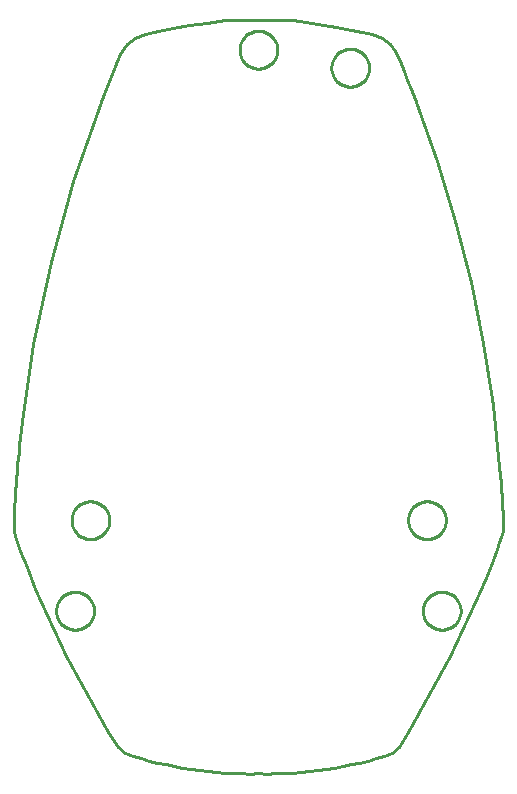
<source format=gbr>
G04 EAGLE Gerber RS-274X export*
G75*
%MOMM*%
%FSLAX34Y34*%
%LPD*%
%IN*%
%IPPOS*%
%AMOC8*
5,1,8,0,0,1.08239X$1,22.5*%
G01*
%ADD10C,0.254000*%


D10*
X-207090Y210640D02*
X-206990Y206940D01*
X-206790Y204540D01*
X-205090Y198540D01*
X-201590Y188540D01*
X-196190Y174540D01*
X-188790Y156540D01*
X-162490Y99140D01*
X-126990Y34940D01*
X-118890Y22740D01*
X-113090Y16940D01*
X-106290Y14740D01*
X-99390Y12740D01*
X-92390Y10840D01*
X-85490Y9140D01*
X-78490Y7540D01*
X-71390Y6140D01*
X-64390Y4840D01*
X-57290Y3740D01*
X-50190Y2740D01*
X-42990Y1940D01*
X-35890Y1240D01*
X-28690Y640D01*
X-21490Y240D01*
X-14390Y40D01*
X-7190Y-160D01*
X10Y-60D01*
X7210Y-160D01*
X14410Y-60D01*
X21510Y240D01*
X28710Y640D01*
X35910Y1140D01*
X43010Y1840D01*
X50110Y2740D01*
X57310Y3740D01*
X64410Y4840D01*
X71410Y6140D01*
X78510Y7540D01*
X85510Y9140D01*
X92410Y10840D01*
X99410Y12740D01*
X106310Y14740D01*
X113110Y16940D01*
X118910Y22740D01*
X127010Y34940D01*
X162510Y99140D01*
X188810Y156540D01*
X194110Y169540D01*
X198510Y180640D01*
X202010Y189840D01*
X204010Y195540D01*
X205510Y200140D01*
X206810Y204840D01*
X207110Y208240D01*
X207110Y213440D01*
X206910Y220940D01*
X206610Y225040D01*
X206410Y229640D01*
X206010Y234640D01*
X205610Y240140D01*
X205210Y246040D01*
X204710Y252440D01*
X204110Y259240D01*
X198510Y311940D01*
X190410Y364340D01*
X179810Y416340D01*
X166810Y467740D01*
X151410Y518540D01*
X133610Y568640D01*
X133510Y568840D01*
X133410Y568940D01*
X133410Y569140D01*
X133310Y569240D01*
X133210Y569440D01*
X133110Y569540D01*
X133110Y569640D01*
X133010Y569840D01*
X132910Y569940D01*
X132810Y570140D01*
X132810Y570240D01*
X132710Y570440D01*
X132710Y570540D01*
X132610Y570740D01*
X132510Y570840D01*
X132510Y571040D01*
X129310Y579040D01*
X126210Y587040D01*
X123010Y594940D01*
X119710Y602840D01*
X115310Y611840D01*
X111210Y617540D01*
X104710Y622240D01*
X100710Y624140D01*
X96210Y625640D01*
X65710Y632340D01*
X28910Y637540D01*
X-28390Y637540D01*
X-43890Y635740D01*
X-58490Y633540D01*
X-72090Y631140D01*
X-84590Y628540D01*
X-96190Y625640D01*
X-104690Y622340D01*
X-108190Y620140D01*
X-111090Y617640D01*
X-113890Y614140D01*
X-116790Y609240D01*
X-119690Y602840D01*
X-132490Y571040D01*
X-132490Y570840D01*
X-132590Y570740D01*
X-132690Y570540D01*
X-132690Y570440D01*
X-132790Y570240D01*
X-132890Y570140D01*
X-132890Y569940D01*
X-132990Y569840D01*
X-133090Y569640D01*
X-133090Y569540D01*
X-133190Y569440D01*
X-133290Y569240D01*
X-133390Y569140D01*
X-133490Y568940D01*
X-133490Y568840D01*
X-133590Y568640D01*
X-156890Y501340D01*
X-175890Y433040D01*
X-190490Y363640D01*
X-199390Y304540D01*
X-202390Y278340D01*
X-202690Y274940D01*
X-203090Y271540D01*
X-203390Y268040D01*
X-203990Y261240D01*
X-204290Y257740D01*
X-205790Y237240D01*
X-206790Y221540D01*
X-207090Y210640D01*
X16000Y612124D02*
X15932Y611079D01*
X15795Y610040D01*
X15590Y609013D01*
X15319Y608001D01*
X14983Y607009D01*
X14582Y606041D01*
X14118Y605102D01*
X13595Y604194D01*
X13013Y603323D01*
X12375Y602492D01*
X11684Y601705D01*
X10943Y600964D01*
X10156Y600273D01*
X9325Y599636D01*
X8454Y599054D01*
X7546Y598530D01*
X6607Y598066D01*
X5639Y597665D01*
X4647Y597329D01*
X3635Y597058D01*
X2608Y596853D01*
X1569Y596717D01*
X524Y596648D01*
X-524Y596648D01*
X-1569Y596717D01*
X-2608Y596853D01*
X-3635Y597058D01*
X-4647Y597329D01*
X-5639Y597665D01*
X-6607Y598066D01*
X-7546Y598530D01*
X-8454Y599054D01*
X-9325Y599636D01*
X-10156Y600273D01*
X-10943Y600964D01*
X-11684Y601705D01*
X-12375Y602492D01*
X-13013Y603323D01*
X-13595Y604194D01*
X-14118Y605102D01*
X-14582Y606041D01*
X-14983Y607009D01*
X-15319Y608001D01*
X-15590Y609013D01*
X-15795Y610040D01*
X-15932Y611079D01*
X-16000Y612124D01*
X-16000Y613172D01*
X-15932Y614217D01*
X-15795Y615256D01*
X-15590Y616283D01*
X-15319Y617295D01*
X-14983Y618287D01*
X-14582Y619255D01*
X-14118Y620194D01*
X-13595Y621102D01*
X-13013Y621973D01*
X-12375Y622804D01*
X-11684Y623591D01*
X-10943Y624332D01*
X-10156Y625023D01*
X-9325Y625661D01*
X-8454Y626243D01*
X-7546Y626766D01*
X-6607Y627230D01*
X-5639Y627631D01*
X-4647Y627967D01*
X-3635Y628238D01*
X-2608Y628443D01*
X-1569Y628580D01*
X-524Y628648D01*
X524Y628648D01*
X1569Y628580D01*
X2608Y628443D01*
X3635Y628238D01*
X4647Y627967D01*
X5639Y627631D01*
X6607Y627230D01*
X7546Y626766D01*
X8454Y626243D01*
X9325Y625661D01*
X10156Y625023D01*
X10943Y624332D01*
X11684Y623591D01*
X12375Y622804D01*
X13013Y621973D01*
X13595Y621102D01*
X14118Y620194D01*
X14582Y619255D01*
X14983Y618287D01*
X15319Y617295D01*
X15590Y616283D01*
X15795Y615256D01*
X15932Y614217D01*
X16000Y613172D01*
X16000Y612124D01*
X93724Y596884D02*
X93656Y595839D01*
X93519Y594800D01*
X93314Y593773D01*
X93043Y592761D01*
X92707Y591769D01*
X92306Y590801D01*
X91842Y589862D01*
X91319Y588954D01*
X90737Y588083D01*
X90099Y587252D01*
X89408Y586465D01*
X88667Y585724D01*
X87880Y585033D01*
X87049Y584396D01*
X86178Y583814D01*
X85270Y583290D01*
X84331Y582826D01*
X83363Y582425D01*
X82371Y582089D01*
X81359Y581818D01*
X80332Y581613D01*
X79293Y581477D01*
X78248Y581408D01*
X77200Y581408D01*
X76155Y581477D01*
X75116Y581613D01*
X74089Y581818D01*
X73077Y582089D01*
X72085Y582425D01*
X71117Y582826D01*
X70178Y583290D01*
X69270Y583814D01*
X68399Y584396D01*
X67568Y585033D01*
X66781Y585724D01*
X66040Y586465D01*
X65349Y587252D01*
X64712Y588083D01*
X64130Y588954D01*
X63606Y589862D01*
X63142Y590801D01*
X62741Y591769D01*
X62405Y592761D01*
X62134Y593773D01*
X61929Y594800D01*
X61793Y595839D01*
X61724Y596884D01*
X61724Y597932D01*
X61793Y598977D01*
X61929Y600016D01*
X62134Y601043D01*
X62405Y602055D01*
X62741Y603047D01*
X63142Y604015D01*
X63606Y604954D01*
X64130Y605862D01*
X64712Y606733D01*
X65349Y607564D01*
X66040Y608351D01*
X66781Y609092D01*
X67568Y609783D01*
X68399Y610421D01*
X69270Y611003D01*
X70178Y611526D01*
X71117Y611990D01*
X72085Y612391D01*
X73077Y612727D01*
X74089Y612998D01*
X75116Y613203D01*
X76155Y613340D01*
X77200Y613408D01*
X78248Y613408D01*
X79293Y613340D01*
X80332Y613203D01*
X81359Y612998D01*
X82371Y612727D01*
X83363Y612391D01*
X84331Y611990D01*
X85270Y611526D01*
X86178Y611003D01*
X87049Y610421D01*
X87880Y609783D01*
X88667Y609092D01*
X89408Y608351D01*
X90099Y607564D01*
X90737Y606733D01*
X91319Y605862D01*
X91842Y604954D01*
X92306Y604015D01*
X92707Y603047D01*
X93043Y602055D01*
X93314Y601043D01*
X93519Y600016D01*
X93656Y598977D01*
X93724Y597932D01*
X93724Y596884D01*
X158748Y213852D02*
X158680Y212807D01*
X158543Y211768D01*
X158338Y210741D01*
X158067Y209729D01*
X157731Y208737D01*
X157330Y207769D01*
X156866Y206830D01*
X156343Y205922D01*
X155761Y205051D01*
X155123Y204220D01*
X154432Y203433D01*
X153691Y202692D01*
X152904Y202001D01*
X152073Y201364D01*
X151202Y200782D01*
X150294Y200258D01*
X149355Y199794D01*
X148387Y199393D01*
X147395Y199057D01*
X146383Y198786D01*
X145356Y198581D01*
X144317Y198445D01*
X143272Y198376D01*
X142224Y198376D01*
X141179Y198445D01*
X140140Y198581D01*
X139113Y198786D01*
X138101Y199057D01*
X137109Y199393D01*
X136141Y199794D01*
X135202Y200258D01*
X134294Y200782D01*
X133423Y201364D01*
X132592Y202001D01*
X131805Y202692D01*
X131064Y203433D01*
X130373Y204220D01*
X129736Y205051D01*
X129154Y205922D01*
X128630Y206830D01*
X128166Y207769D01*
X127765Y208737D01*
X127429Y209729D01*
X127158Y210741D01*
X126953Y211768D01*
X126817Y212807D01*
X126748Y213852D01*
X126748Y214900D01*
X126817Y215945D01*
X126953Y216984D01*
X127158Y218011D01*
X127429Y219023D01*
X127765Y220015D01*
X128166Y220983D01*
X128630Y221922D01*
X129154Y222830D01*
X129736Y223701D01*
X130373Y224532D01*
X131064Y225319D01*
X131805Y226060D01*
X132592Y226751D01*
X133423Y227389D01*
X134294Y227971D01*
X135202Y228494D01*
X136141Y228958D01*
X137109Y229359D01*
X138101Y229695D01*
X139113Y229966D01*
X140140Y230171D01*
X141179Y230308D01*
X142224Y230376D01*
X143272Y230376D01*
X144317Y230308D01*
X145356Y230171D01*
X146383Y229966D01*
X147395Y229695D01*
X148387Y229359D01*
X149355Y228958D01*
X150294Y228494D01*
X151202Y227971D01*
X152073Y227389D01*
X152904Y226751D01*
X153691Y226060D01*
X154432Y225319D01*
X155123Y224532D01*
X155761Y223701D01*
X156343Y222830D01*
X156866Y221922D01*
X157330Y220983D01*
X157731Y220015D01*
X158067Y219023D01*
X158338Y218011D01*
X158543Y216984D01*
X158680Y215945D01*
X158748Y214900D01*
X158748Y213852D01*
X-139194Y137144D02*
X-139263Y136099D01*
X-139399Y135060D01*
X-139604Y134033D01*
X-139875Y133021D01*
X-140211Y132029D01*
X-140612Y131061D01*
X-141076Y130122D01*
X-141600Y129214D01*
X-142182Y128343D01*
X-142819Y127512D01*
X-143510Y126725D01*
X-144251Y125984D01*
X-145038Y125293D01*
X-145869Y124656D01*
X-146740Y124074D01*
X-147648Y123550D01*
X-148587Y123086D01*
X-149555Y122685D01*
X-150547Y122349D01*
X-151559Y122078D01*
X-152586Y121873D01*
X-153625Y121737D01*
X-154670Y121668D01*
X-155718Y121668D01*
X-156763Y121737D01*
X-157802Y121873D01*
X-158829Y122078D01*
X-159841Y122349D01*
X-160833Y122685D01*
X-161801Y123086D01*
X-162740Y123550D01*
X-163648Y124074D01*
X-164519Y124656D01*
X-165350Y125293D01*
X-166137Y125984D01*
X-166878Y126725D01*
X-167569Y127512D01*
X-168207Y128343D01*
X-168789Y129214D01*
X-169312Y130122D01*
X-169776Y131061D01*
X-170177Y132029D01*
X-170513Y133021D01*
X-170784Y134033D01*
X-170989Y135060D01*
X-171126Y136099D01*
X-171194Y137144D01*
X-171194Y138192D01*
X-171126Y139237D01*
X-170989Y140276D01*
X-170784Y141303D01*
X-170513Y142315D01*
X-170177Y143307D01*
X-169776Y144275D01*
X-169312Y145214D01*
X-168789Y146122D01*
X-168207Y146993D01*
X-167569Y147824D01*
X-166878Y148611D01*
X-166137Y149352D01*
X-165350Y150043D01*
X-164519Y150681D01*
X-163648Y151263D01*
X-162740Y151786D01*
X-161801Y152250D01*
X-160833Y152651D01*
X-159841Y152987D01*
X-158829Y153258D01*
X-157802Y153463D01*
X-156763Y153600D01*
X-155718Y153668D01*
X-154670Y153668D01*
X-153625Y153600D01*
X-152586Y153463D01*
X-151559Y153258D01*
X-150547Y152987D01*
X-149555Y152651D01*
X-148587Y152250D01*
X-147648Y151786D01*
X-146740Y151263D01*
X-145869Y150681D01*
X-145038Y150043D01*
X-144251Y149352D01*
X-143510Y148611D01*
X-142819Y147824D01*
X-142182Y146993D01*
X-141600Y146122D01*
X-141076Y145214D01*
X-140612Y144275D01*
X-140211Y143307D01*
X-139875Y142315D01*
X-139604Y141303D01*
X-139399Y140276D01*
X-139263Y139237D01*
X-139194Y138192D01*
X-139194Y137144D01*
X171194Y137144D02*
X171126Y136099D01*
X170989Y135060D01*
X170784Y134033D01*
X170513Y133021D01*
X170177Y132029D01*
X169776Y131061D01*
X169312Y130122D01*
X168789Y129214D01*
X168207Y128343D01*
X167569Y127512D01*
X166878Y126725D01*
X166137Y125984D01*
X165350Y125293D01*
X164519Y124656D01*
X163648Y124074D01*
X162740Y123550D01*
X161801Y123086D01*
X160833Y122685D01*
X159841Y122349D01*
X158829Y122078D01*
X157802Y121873D01*
X156763Y121737D01*
X155718Y121668D01*
X154670Y121668D01*
X153625Y121737D01*
X152586Y121873D01*
X151559Y122078D01*
X150547Y122349D01*
X149555Y122685D01*
X148587Y123086D01*
X147648Y123550D01*
X146740Y124074D01*
X145869Y124656D01*
X145038Y125293D01*
X144251Y125984D01*
X143510Y126725D01*
X142819Y127512D01*
X142182Y128343D01*
X141600Y129214D01*
X141076Y130122D01*
X140612Y131061D01*
X140211Y132029D01*
X139875Y133021D01*
X139604Y134033D01*
X139399Y135060D01*
X139263Y136099D01*
X139194Y137144D01*
X139194Y138192D01*
X139263Y139237D01*
X139399Y140276D01*
X139604Y141303D01*
X139875Y142315D01*
X140211Y143307D01*
X140612Y144275D01*
X141076Y145214D01*
X141600Y146122D01*
X142182Y146993D01*
X142819Y147824D01*
X143510Y148611D01*
X144251Y149352D01*
X145038Y150043D01*
X145869Y150681D01*
X146740Y151263D01*
X147648Y151786D01*
X148587Y152250D01*
X149555Y152651D01*
X150547Y152987D01*
X151559Y153258D01*
X152586Y153463D01*
X153625Y153600D01*
X154670Y153668D01*
X155718Y153668D01*
X156763Y153600D01*
X157802Y153463D01*
X158829Y153258D01*
X159841Y152987D01*
X160833Y152651D01*
X161801Y152250D01*
X162740Y151786D01*
X163648Y151263D01*
X164519Y150681D01*
X165350Y150043D01*
X166137Y149352D01*
X166878Y148611D01*
X167569Y147824D01*
X168207Y146993D01*
X168789Y146122D01*
X169312Y145214D01*
X169776Y144275D01*
X170177Y143307D01*
X170513Y142315D01*
X170784Y141303D01*
X170989Y140276D01*
X171126Y139237D01*
X171194Y138192D01*
X171194Y137144D01*
X-126240Y213852D02*
X-126309Y212807D01*
X-126445Y211768D01*
X-126650Y210741D01*
X-126921Y209729D01*
X-127257Y208737D01*
X-127658Y207769D01*
X-128122Y206830D01*
X-128646Y205922D01*
X-129228Y205051D01*
X-129865Y204220D01*
X-130556Y203433D01*
X-131297Y202692D01*
X-132084Y202001D01*
X-132915Y201364D01*
X-133786Y200782D01*
X-134694Y200258D01*
X-135633Y199794D01*
X-136601Y199393D01*
X-137593Y199057D01*
X-138605Y198786D01*
X-139632Y198581D01*
X-140671Y198445D01*
X-141716Y198376D01*
X-142764Y198376D01*
X-143809Y198445D01*
X-144848Y198581D01*
X-145875Y198786D01*
X-146887Y199057D01*
X-147879Y199393D01*
X-148847Y199794D01*
X-149786Y200258D01*
X-150694Y200782D01*
X-151565Y201364D01*
X-152396Y202001D01*
X-153183Y202692D01*
X-153924Y203433D01*
X-154615Y204220D01*
X-155253Y205051D01*
X-155835Y205922D01*
X-156358Y206830D01*
X-156822Y207769D01*
X-157223Y208737D01*
X-157559Y209729D01*
X-157830Y210741D01*
X-158035Y211768D01*
X-158172Y212807D01*
X-158240Y213852D01*
X-158240Y214900D01*
X-158172Y215945D01*
X-158035Y216984D01*
X-157830Y218011D01*
X-157559Y219023D01*
X-157223Y220015D01*
X-156822Y220983D01*
X-156358Y221922D01*
X-155835Y222830D01*
X-155253Y223701D01*
X-154615Y224532D01*
X-153924Y225319D01*
X-153183Y226060D01*
X-152396Y226751D01*
X-151565Y227389D01*
X-150694Y227971D01*
X-149786Y228494D01*
X-148847Y228958D01*
X-147879Y229359D01*
X-146887Y229695D01*
X-145875Y229966D01*
X-144848Y230171D01*
X-143809Y230308D01*
X-142764Y230376D01*
X-141716Y230376D01*
X-140671Y230308D01*
X-139632Y230171D01*
X-138605Y229966D01*
X-137593Y229695D01*
X-136601Y229359D01*
X-135633Y228958D01*
X-134694Y228494D01*
X-133786Y227971D01*
X-132915Y227389D01*
X-132084Y226751D01*
X-131297Y226060D01*
X-130556Y225319D01*
X-129865Y224532D01*
X-129228Y223701D01*
X-128646Y222830D01*
X-128122Y221922D01*
X-127658Y220983D01*
X-127257Y220015D01*
X-126921Y219023D01*
X-126650Y218011D01*
X-126445Y216984D01*
X-126309Y215945D01*
X-126240Y214900D01*
X-126240Y213852D01*
M02*

</source>
